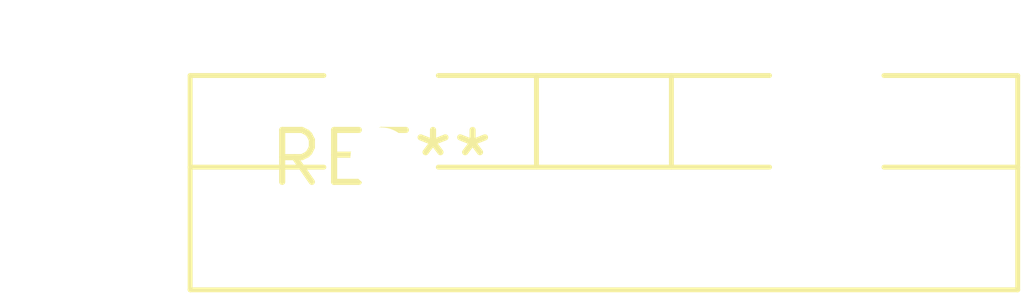
<source format=kicad_pcb>
(kicad_pcb (version 20240108) (generator pcbnew)
  (layers (0 "F.Cu" signal) (31 "B.Cu" signal) (34 "B.Paste" user) (35 "F.Paste" user) (36 "B.SilkS" user "B.Silkscreen") (37 "F.SilkS" user "F.Silkscreen") (38 "B.Mask" user) (39 "F.Mask" user) (44 "Edge.Cuts" user))
  (net 0 "")
  (footprint "TO-264-2_Vertical" (layer "F.Cu") (at 0 0)
    (property "Reference" "REF**")
    (property "Value" "TO-264-2_Vertical")
    (fp_line (start -4.67 -2.021) (end -4.67 3.22) (layer "F.SilkS") (stroke (width 0.12)))
    (fp_line (start -4.67 -2.021) (end -1.4 -2.021) (layer "F.SilkS") (stroke (width 0.12)))
    (fp_line (start -4.67 0.22) (end -1.4 0.22) (layer "F.SilkS") (stroke (width 0.12)))
    (fp_line (start -4.67 3.22) (end 15.57 3.22) (layer "F.SilkS") (stroke (width 0.12)))
    (fp_line (start 1.4 -2.021) (end 9.5 -2.021) (layer "F.SilkS") (stroke (width 0.12)))
    (fp_line (start 1.4 0.22) (end 9.5 0.22) (layer "F.SilkS") (stroke (width 0.12)))
    (fp_line (start 3.8 -2.021) (end 3.8 0.22) (layer "F.SilkS") (stroke (width 0.12)))
    (fp_line (start 7.1 -2.021) (end 7.1 0.22) (layer "F.SilkS") (stroke (width 0.12)))
    (fp_line (start 12.3 -2.021) (end 15.57 -2.021) (layer "F.SilkS") (stroke (width 0.12)))
    (fp_line (start 12.3 0.22) (end 15.57 0.22) (layer "F.SilkS") (stroke (width 0.12)))
    (fp_line (start 15.57 -2.021) (end 15.57 3.22) (layer "F.SilkS") (stroke (width 0.12)))
    (pad "1" thru_hole rect (at 0 0) (size 2.5 4.5) (drill 1.5) (layers *.Cu *.Mask) (remove_unused_layers))
    (pad "2" thru_hole oval (at 10.9 0) (size 2.5 4.5) (drill 1.5) (layers *.Cu *.Mask) (remove_unused_layers))
  )
)
</source>
